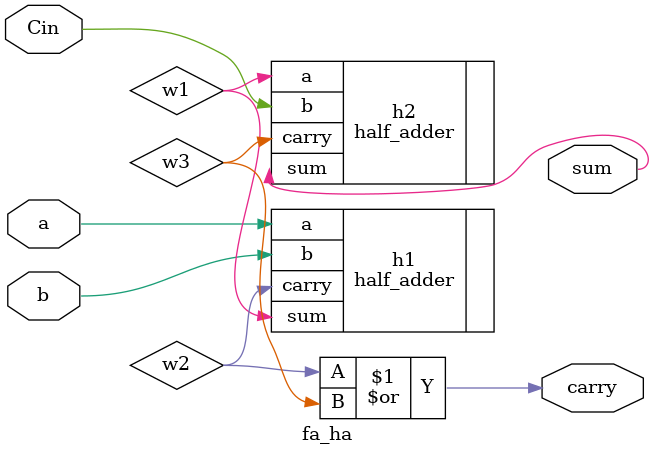
<source format=v>
module fa_ha(output sum,carry,input a,b,Cin);
wire w1,w2,w3;
half_adder h1(.a(a),.b(b),.sum(w1),.carry(w2));
half_adder h2(.a(w1),.b(Cin),.sum(sum),.carry(w3));
or g1(carry,w2,w3);
endmodule
</source>
